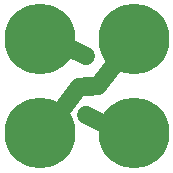
<source format=gtl>
%TF.GenerationSoftware,KiCad,Pcbnew,4.0.5-e0-6337~49~ubuntu16.04.1*%
%TF.CreationDate,2017-01-18T13:46:43-08:00*%
%TF.ProjectId,2x2-Switch-Slide,3278322D5377697463682D536C696465,1.0*%
%TF.FileFunction,Copper,L1,Top,Signal*%
%FSLAX46Y46*%
G04 Gerber Fmt 4.6, Leading zero omitted, Abs format (unit mm)*
G04 Created by KiCad (PCBNEW 4.0.5-e0-6337~49~ubuntu16.04.1) date Wed Jan 18 13:46:43 2017*
%MOMM*%
%LPD*%
G01*
G04 APERTURE LIST*
%ADD10C,0.350000*%
%ADD11C,1.500000*%
%ADD12C,6.000000*%
%ADD13C,1.250000*%
%ADD14C,0.350000*%
G04 APERTURE END LIST*
D10*
D11*
X139311400Y-95696200D02*
X135311400Y-93696200D01*
X140362200Y-98229600D02*
X143362200Y-94229600D01*
X139362200Y-98229600D02*
X140362200Y-98229600D01*
X138785800Y-98239400D02*
X135785800Y-102239400D01*
X139785800Y-98239400D02*
X138785800Y-98239400D01*
X143299200Y-102681200D02*
X139299200Y-100681200D01*
D12*
X143408400Y-94209600D03*
D13*
X139320000Y-98211000D03*
X139320000Y-95711000D03*
X139320000Y-100711000D03*
D12*
X143408400Y-102209600D03*
X135408400Y-94209600D03*
X135408400Y-102209600D03*
D14*
X143408400Y-94209600D03*
X139320000Y-98211000D03*
X139320000Y-95711000D03*
X139320000Y-100711000D03*
X143408400Y-102209600D03*
X135408400Y-94209600D03*
X135408400Y-102209600D03*
M02*

</source>
